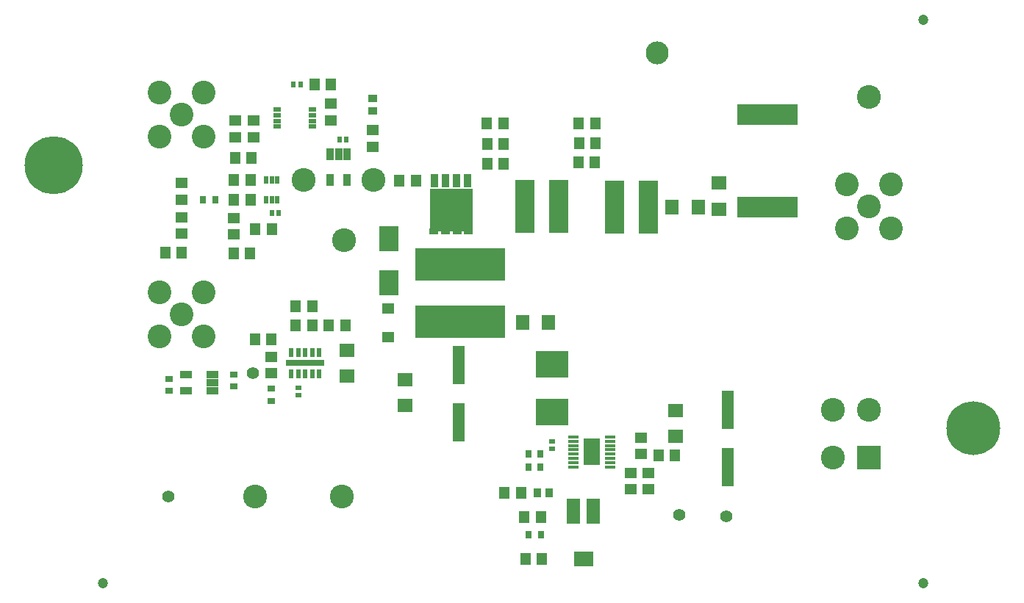
<source format=gts>
G04 Layer_Color=8388736*
%FSLAX44Y44*%
%MOMM*%
G71*
G01*
G75*
%ADD54C,1.2000*%
%ADD73R,3.7000X3.1500*%
%ADD74R,10.4000X3.7000*%
%ADD75R,2.3000X6.2000*%
%ADD76R,0.9600X0.5400*%
%ADD77R,0.8382X1.4732*%
%ADD78R,1.4232X1.3032*%
%ADD79R,0.6032X1.0532*%
%ADD80R,4.4032X0.7032*%
%ADD81R,0.6032X0.9032*%
%ADD82R,0.9532X1.5032*%
%ADD83R,1.0032X0.8032*%
%ADD84R,1.0332X0.8032*%
%ADD85R,5.0032X4.9032*%
%ADD86R,1.2954X0.4318*%
%ADD87R,1.9558X3.1496*%
%ADD88R,2.2032X2.9032*%
%ADD89R,6.9300X2.3600*%
%ADD90R,1.4032X4.5032*%
%ADD91R,1.6032X2.9972*%
%ADD92R,2.2032X1.7032*%
%ADD93R,1.5000X1.7000*%
%ADD94R,1.2032X1.4732*%
%ADD95R,1.0922X0.8382*%
%ADD96R,0.8000X0.9000*%
%ADD97R,0.6000X0.6500*%
%ADD98R,1.4732X0.8382*%
%ADD99R,1.4732X1.2032*%
%ADD100R,1.7000X1.5000*%
%ADD101R,0.9000X0.8000*%
%ADD102R,0.6500X0.6000*%
%ADD103R,0.8382X1.0922*%
%ADD104C,2.7400*%
%ADD105C,2.7432*%
%ADD106R,2.7432X2.7432*%
%ADD107C,1.4032*%
%ADD108C,2.6400*%
%ADD109C,6.2000*%
%ADD110C,6.7000*%
%ADD111C,0.0000*%
G36*
X10848781Y2381134D02*
X10849442Y2380692D01*
X10849884Y2380030D01*
X10850039Y2379250D01*
X10849884Y2378470D01*
X10849442Y2377808D01*
X10848781Y2377366D01*
X10848000Y2377211D01*
X10847219Y2377366D01*
X10846558Y2377808D01*
X10846116Y2378470D01*
X10845961Y2379250D01*
X10846116Y2380030D01*
X10846558Y2380692D01*
X10847219Y2381134D01*
X10848000Y2381289D01*
X10848781Y2381134D01*
D02*
G37*
G36*
X10858781D02*
X10859442Y2380692D01*
X10859884Y2380030D01*
X10860039Y2379250D01*
X10859884Y2378470D01*
X10859442Y2377808D01*
X10858781Y2377366D01*
X10858000Y2377211D01*
X10857219Y2377366D01*
X10856558Y2377808D01*
X10856116Y2378470D01*
X10855961Y2379250D01*
X10856116Y2380030D01*
X10856558Y2380692D01*
X10857219Y2381134D01*
X10858000Y2381289D01*
X10858781Y2381134D01*
D02*
G37*
G36*
X10868781D02*
X10869442Y2380692D01*
X10869884Y2380030D01*
X10870039Y2379250D01*
X10869884Y2378470D01*
X10869442Y2377808D01*
X10868781Y2377366D01*
X10868000Y2377211D01*
X10867219Y2377366D01*
X10866558Y2377808D01*
X10866116Y2378470D01*
X10865961Y2379250D01*
X10866116Y2380030D01*
X10866558Y2380692D01*
X10867219Y2381134D01*
X10868000Y2381289D01*
X10868781Y2381134D01*
D02*
G37*
D54*
X11570000Y2775000D02*
D03*
Y2125000D02*
D03*
X10625000D02*
D03*
D73*
X11142500Y2322750D02*
D03*
Y2377250D02*
D03*
D74*
X11036000Y2427000D02*
D03*
Y2493000D02*
D03*
D75*
X11214000Y2558500D02*
D03*
X11253000D02*
D03*
X11150000Y2559500D02*
D03*
X11111000D02*
D03*
D76*
X10866000Y2658250D02*
D03*
Y2651750D02*
D03*
X10826000Y2664750D02*
D03*
Y2658250D02*
D03*
Y2651750D02*
D03*
X10866000Y2664750D02*
D03*
Y2671250D02*
D03*
X10826000D02*
D03*
D77*
X10906000Y2590028D02*
D03*
X10886949D02*
D03*
Y2620000D02*
D03*
X10906000D02*
D03*
X10896602D02*
D03*
D78*
X10953500Y2409150D02*
D03*
Y2441850D02*
D03*
D79*
X10842000Y2367000D02*
D03*
X10850000D02*
D03*
X10858000D02*
D03*
X10866000D02*
D03*
X10874000D02*
D03*
Y2391500D02*
D03*
X10866000D02*
D03*
X10858000D02*
D03*
X10850000Y2391500D02*
D03*
X10842000Y2391500D02*
D03*
D80*
X10858000Y2379250D02*
D03*
D81*
X10819501Y2567300D02*
D03*
X10813000D02*
D03*
X10819501Y2590000D02*
D03*
X10826000Y2590000D02*
D03*
X10813000D02*
D03*
X10826000Y2567300D02*
D03*
D82*
X11045050Y2589000D02*
D03*
X11032350D02*
D03*
X11019650D02*
D03*
X11006949D02*
D03*
D83*
X11046000Y2531000D02*
D03*
X11006000D02*
D03*
D84*
X11032667D02*
D03*
X11019333D02*
D03*
D85*
X11026000Y2555500D02*
D03*
D86*
X11209336Y2258987D02*
D03*
Y2263990D02*
D03*
Y2268994D02*
D03*
Y2273998D02*
D03*
Y2279002D02*
D03*
Y2284006D02*
D03*
Y2289010D02*
D03*
Y2294013D02*
D03*
X11166664Y2294013D02*
D03*
Y2289010D02*
D03*
Y2284006D02*
D03*
Y2279002D02*
D03*
Y2273998D02*
D03*
Y2268994D02*
D03*
Y2263990D02*
D03*
Y2258987D02*
D03*
D87*
X11188000Y2276500D02*
D03*
D88*
X10954000Y2522500D02*
D03*
Y2471700D02*
D03*
D89*
X11390500Y2559150D02*
D03*
Y2665850D02*
D03*
D90*
X11344500Y2259500D02*
D03*
Y2325500D02*
D03*
X11035000Y2377000D02*
D03*
Y2311000D02*
D03*
D91*
X11190000Y2208000D02*
D03*
X11167000D02*
D03*
D92*
X11178500Y2153000D02*
D03*
D93*
X11108000Y2426000D02*
D03*
X11138000D02*
D03*
X11280500Y2559000D02*
D03*
X11310500D02*
D03*
D94*
X11086500Y2609000D02*
D03*
X11067500D02*
D03*
X10776000Y2590000D02*
D03*
X10795000D02*
D03*
X10795000Y2567500D02*
D03*
X10776000D02*
D03*
X10885000Y2422250D02*
D03*
X10904000D02*
D03*
X10866000D02*
D03*
X10847000D02*
D03*
X10866000Y2444250D02*
D03*
X10847000D02*
D03*
X10800000Y2406500D02*
D03*
X10819000D02*
D03*
X11106500Y2229500D02*
D03*
X11087500D02*
D03*
X11265000Y2273000D02*
D03*
X11284000D02*
D03*
X11111500Y2153000D02*
D03*
X11130500D02*
D03*
X11110500Y2201500D02*
D03*
X11129500D02*
D03*
X10796000Y2615500D02*
D03*
X10777000D02*
D03*
X10715500Y2506500D02*
D03*
X10696500D02*
D03*
X10775500Y2505500D02*
D03*
X10794500D02*
D03*
X10800500Y2533000D02*
D03*
X10819500D02*
D03*
X10966500Y2589000D02*
D03*
X10985500D02*
D03*
X10868500Y2700000D02*
D03*
X10887500D02*
D03*
X11172500Y2610500D02*
D03*
X11191500D02*
D03*
X11192000Y2655000D02*
D03*
X11173000D02*
D03*
X11173500Y2632500D02*
D03*
X11192500D02*
D03*
X11086000Y2655000D02*
D03*
X11067000D02*
D03*
X11067500Y2632000D02*
D03*
X11086500D02*
D03*
D95*
X10936000Y2670000D02*
D03*
X10936000Y2683970D02*
D03*
D96*
X11115000Y2274000D02*
D03*
X11129000D02*
D03*
X10754500Y2567500D02*
D03*
X10740500D02*
D03*
X11115000Y2259000D02*
D03*
X11129000D02*
D03*
X11115500Y2181500D02*
D03*
X11129500D02*
D03*
D97*
X10852500Y2700000D02*
D03*
X10844500D02*
D03*
X10897500Y2636500D02*
D03*
X10905500D02*
D03*
X10819500Y2552000D02*
D03*
X10827500D02*
D03*
D98*
X10751000Y2356398D02*
D03*
Y2347000D02*
D03*
Y2366050D02*
D03*
X10721028D02*
D03*
Y2347000D02*
D03*
D99*
X10715500Y2528000D02*
D03*
Y2547000D02*
D03*
Y2586500D02*
D03*
Y2567500D02*
D03*
X10819000Y2367250D02*
D03*
Y2386250D02*
D03*
X11245000Y2274000D02*
D03*
Y2293000D02*
D03*
X11253500Y2252500D02*
D03*
Y2233500D02*
D03*
X10936000Y2628500D02*
D03*
Y2647500D02*
D03*
X10776000Y2527500D02*
D03*
Y2546500D02*
D03*
X10777500Y2658500D02*
D03*
Y2639500D02*
D03*
X10798500Y2658500D02*
D03*
Y2639500D02*
D03*
X11233000Y2233500D02*
D03*
Y2252500D02*
D03*
X10887500Y2678000D02*
D03*
Y2659000D02*
D03*
D100*
X10906000Y2394000D02*
D03*
Y2364000D02*
D03*
X11284500Y2324500D02*
D03*
Y2294500D02*
D03*
X10973000Y2330000D02*
D03*
Y2360000D02*
D03*
X11334500Y2556500D02*
D03*
Y2586500D02*
D03*
D101*
X10776000Y2352000D02*
D03*
Y2366000D02*
D03*
X10701000Y2361000D02*
D03*
Y2347000D02*
D03*
X10819000Y2349250D02*
D03*
Y2335250D02*
D03*
D102*
X11142000Y2288500D02*
D03*
X11142000Y2280500D02*
D03*
X10850000Y2342250D02*
D03*
Y2350250D02*
D03*
D103*
X11138970Y2229500D02*
D03*
X11125000Y2229500D02*
D03*
D104*
X10715500Y2665500D02*
D03*
X10690100Y2690900D02*
D03*
Y2640100D02*
D03*
X10740900D02*
D03*
Y2690900D02*
D03*
X11532400Y2584900D02*
D03*
Y2534100D02*
D03*
X11481600D02*
D03*
Y2584900D02*
D03*
X11507000Y2559500D02*
D03*
X10740900Y2460900D02*
D03*
Y2410100D02*
D03*
X10690100D02*
D03*
Y2460900D02*
D03*
X10715500Y2435500D02*
D03*
D105*
X11507500Y2325000D02*
D03*
X11465500Y2270000D02*
D03*
Y2325000D02*
D03*
X10900251Y2225087D02*
D03*
X10800251D02*
D03*
X10856252Y2590087D02*
D03*
X11507252Y2686087D02*
D03*
X10936252Y2590087D02*
D03*
X10902274Y2520905D02*
D03*
D106*
X11507500Y2270000D02*
D03*
D107*
X11289017Y2204032D02*
D03*
X10700017Y2225032D02*
D03*
X10798032Y2367232D02*
D03*
X11342517Y2202532D02*
D03*
D108*
X11263500Y2736500D02*
D03*
D109*
X11627058Y2304234D02*
D03*
D110*
X10568000Y2607000D02*
D03*
D111*
X11349872Y2674174D02*
D03*
X11090000Y2200000D02*
D03*
X11115000Y2400000D02*
D03*
X11550000D02*
D03*
X11525000D02*
D03*
X11500000D02*
D03*
X11550000Y2425000D02*
D03*
X11525000D02*
D03*
X11500000D02*
D03*
X11525000Y2450000D02*
D03*
X11500000D02*
D03*
X11475000Y2400000D02*
D03*
Y2425000D02*
D03*
Y2450000D02*
D03*
X11450000Y2400000D02*
D03*
Y2425000D02*
D03*
Y2450000D02*
D03*
X11425000Y2400000D02*
D03*
Y2425000D02*
D03*
Y2450000D02*
D03*
X11400000Y2425000D02*
D03*
Y2450000D02*
D03*
X11375000D02*
D03*
X11350000D02*
D03*
X11325000D02*
D03*
X11300000D02*
D03*
X11275000D02*
D03*
X11250000D02*
D03*
X11225000D02*
D03*
X11375000Y2425000D02*
D03*
X11350000D02*
D03*
X11325000D02*
D03*
X11300000D02*
D03*
X11275000D02*
D03*
X11250000D02*
D03*
X11225000D02*
D03*
X11400000Y2400000D02*
D03*
X11375000D02*
D03*
X11350000D02*
D03*
X11325000D02*
D03*
X11300000D02*
D03*
X11275000D02*
D03*
X11250000D02*
D03*
X11225000D02*
D03*
X11475000Y2375000D02*
D03*
X11450000D02*
D03*
X11425000D02*
D03*
X11400000D02*
D03*
X11375000D02*
D03*
X11350000D02*
D03*
X11325000D02*
D03*
X11300000D02*
D03*
X11275000D02*
D03*
X11250000D02*
D03*
X11225000D02*
D03*
X11200000D02*
D03*
Y2400000D02*
D03*
Y2425000D02*
D03*
X11175000Y2375000D02*
D03*
Y2400000D02*
D03*
Y2425000D02*
D03*
X11200000Y2450000D02*
D03*
X11350000Y2475000D02*
D03*
X11325000D02*
D03*
X11300000D02*
D03*
X11275000D02*
D03*
X11250000D02*
D03*
X11225000D02*
D03*
X11200000D02*
D03*
X11375000D02*
D03*
X11400000D02*
D03*
X11425000D02*
D03*
X11450000D02*
D03*
X11475000D02*
D03*
X11500000D02*
D03*
X11525000D02*
D03*
X11500000Y2375000D02*
D03*
X11525000D02*
D03*
X11550000Y2175000D02*
D03*
X11525000D02*
D03*
X11500000D02*
D03*
X11475000D02*
D03*
X11450000D02*
D03*
X11425000D02*
D03*
X11400000D02*
D03*
X11375000D02*
D03*
X11350000D02*
D03*
X11325000D02*
D03*
X11300000D02*
D03*
X11275000D02*
D03*
X11250000D02*
D03*
X11575000Y2200000D02*
D03*
X11550000D02*
D03*
X11525000D02*
D03*
X11500000D02*
D03*
X11450000D02*
D03*
X11475000D02*
D03*
Y2245000D02*
D03*
X11450000Y2250000D02*
D03*
Y2225000D02*
D03*
X11475000D02*
D03*
X11500000D02*
D03*
X11525000D02*
D03*
X11550000D02*
D03*
X11575000D02*
D03*
Y2250000D02*
D03*
X11550000D02*
D03*
Y2275000D02*
D03*
X11575000D02*
D03*
X11550000Y2375000D02*
D03*
Y2350000D02*
D03*
Y2300000D02*
D03*
X11575000D02*
D03*
Y2325000D02*
D03*
Y2350000D02*
D03*
Y2375000D02*
D03*
Y2400000D02*
D03*
Y2425000D02*
D03*
X11425000Y2200000D02*
D03*
X11400000D02*
D03*
Y2225000D02*
D03*
X11425000D02*
D03*
Y2250000D02*
D03*
Y2275000D02*
D03*
X11400000Y2250000D02*
D03*
Y2275000D02*
D03*
X11375000Y2200000D02*
D03*
Y2225000D02*
D03*
Y2250000D02*
D03*
Y2275000D02*
D03*
X11325000D02*
D03*
Y2250000D02*
D03*
Y2225000D02*
D03*
X11300000D02*
D03*
X11325000Y2200000D02*
D03*
X11275000D02*
D03*
X11250000D02*
D03*
X11225000Y2350000D02*
D03*
X11175000D02*
D03*
X11200000D02*
D03*
Y2325000D02*
D03*
Y2150000D02*
D03*
X11225000D02*
D03*
Y2175000D02*
D03*
Y2200000D02*
D03*
X11210000Y2225000D02*
D03*
X11200000Y2235000D02*
D03*
X11175000D02*
D03*
X11195000Y2265000D02*
D03*
Y2280000D02*
D03*
Y2290000D02*
D03*
X11180000Y2265000D02*
D03*
Y2280000D02*
D03*
Y2290000D02*
D03*
X11195000Y2250000D02*
D03*
X11180000D02*
D03*
X11195000Y2300000D02*
D03*
X11180000D02*
D03*
X11050000Y2200000D02*
D03*
Y2175000D02*
D03*
Y2150000D02*
D03*
Y2125000D02*
D03*
X11075000D02*
D03*
X11175000D02*
D03*
X11150000D02*
D03*
X11125000D02*
D03*
X11100000D02*
D03*
X11165000Y2170000D02*
D03*
X11100000D02*
D03*
X11125000D02*
D03*
X11145000D02*
D03*
Y2190000D02*
D03*
X11100000Y2215000D02*
D03*
X11125000D02*
D03*
X11145000D02*
D03*
X11155000Y2235000D02*
D03*
Y2245000D02*
D03*
X11100000Y2275000D02*
D03*
Y2300000D02*
D03*
Y2325000D02*
D03*
X11050000D02*
D03*
X11075000D02*
D03*
Y2300000D02*
D03*
X11050000Y2275000D02*
D03*
X11075000D02*
D03*
Y2250000D02*
D03*
X11050000D02*
D03*
X11025000Y2200000D02*
D03*
X10725000Y2225000D02*
D03*
Y2200000D02*
D03*
X10650000D02*
D03*
X10675000D02*
D03*
Y2225000D02*
D03*
X10650000D02*
D03*
X10750000Y2200000D02*
D03*
Y2220000D02*
D03*
X10800000Y2200000D02*
D03*
X10775000D02*
D03*
Y2225000D02*
D03*
X10825000Y2200000D02*
D03*
Y2225000D02*
D03*
X10850000Y2200000D02*
D03*
Y2225000D02*
D03*
X10875000D02*
D03*
Y2200000D02*
D03*
X10900000D02*
D03*
X10925000D02*
D03*
X10950000D02*
D03*
X10975000D02*
D03*
X11000000D02*
D03*
X10925000Y2225000D02*
D03*
X10950000D02*
D03*
X10975000D02*
D03*
X11000000D02*
D03*
X10975000Y2250000D02*
D03*
X10950000D02*
D03*
X10925000D02*
D03*
X10875000D02*
D03*
X10850000D02*
D03*
X10825000D02*
D03*
X10800000D02*
D03*
X10775000D02*
D03*
X10750000D02*
D03*
X10725000D02*
D03*
X11025000Y2275000D02*
D03*
X10975000Y2300000D02*
D03*
X11000000D02*
D03*
Y2325000D02*
D03*
X10950000Y2300000D02*
D03*
X10925000D02*
D03*
X10875000D02*
D03*
X10850000D02*
D03*
X10825000D02*
D03*
X10800000D02*
D03*
X10775000D02*
D03*
X10750000D02*
D03*
X10725000D02*
D03*
X10675000Y2250000D02*
D03*
X10650000D02*
D03*
X10625000D02*
D03*
Y2275000D02*
D03*
X10650000D02*
D03*
X10675000D02*
D03*
Y2300000D02*
D03*
X10650000D02*
D03*
X10625000D02*
D03*
X10600000Y2275000D02*
D03*
Y2300000D02*
D03*
X10950000Y2320000D02*
D03*
X10925000D02*
D03*
X10830000Y2700000D02*
D03*
X10815000Y2685000D02*
D03*
X10920000Y2675000D02*
D03*
Y2635000D02*
D03*
Y2610000D02*
D03*
X10805000Y2555000D02*
D03*
X10820000Y2640000D02*
D03*
X10750000Y2620000D02*
D03*
X10725000D02*
D03*
X10750000Y2665000D02*
D03*
X10715000Y2700000D02*
D03*
X10775000D02*
D03*
X10725000Y2600000D02*
D03*
X10700000D02*
D03*
X10650000Y2575000D02*
D03*
Y2600000D02*
D03*
X10675000D02*
D03*
Y2625000D02*
D03*
X10650000D02*
D03*
X10675000Y2650000D02*
D03*
Y2675000D02*
D03*
X10650000Y2650000D02*
D03*
X10625000D02*
D03*
Y2675000D02*
D03*
X10650000D02*
D03*
Y2700000D02*
D03*
X10625000D02*
D03*
Y2725000D02*
D03*
X10650000D02*
D03*
X10675000D02*
D03*
X10700000D02*
D03*
X10725000D02*
D03*
X10750000D02*
D03*
X10775000D02*
D03*
X10800000D02*
D03*
X10825000D02*
D03*
X10875000D02*
D03*
X10900000Y2700000D02*
D03*
Y2725000D02*
D03*
X10925000D02*
D03*
Y2700000D02*
D03*
X10950000Y2675000D02*
D03*
X10975000Y2700000D02*
D03*
X10950000D02*
D03*
Y2725000D02*
D03*
X10975000D02*
D03*
X11000000D02*
D03*
Y2700000D02*
D03*
X11025000D02*
D03*
Y2725000D02*
D03*
X11050000Y2700000D02*
D03*
Y2725000D02*
D03*
X11075000D02*
D03*
X11100000D02*
D03*
X11125000D02*
D03*
X11150000D02*
D03*
X11175000D02*
D03*
X11200000D02*
D03*
X11225000D02*
D03*
X11250000D02*
D03*
X11150000Y2700000D02*
D03*
X11175000D02*
D03*
X11200000D02*
D03*
X11225000D02*
D03*
X11250000D02*
D03*
X11275000D02*
D03*
X11300000D02*
D03*
Y2725000D02*
D03*
X11325000D02*
D03*
X11350000D02*
D03*
X11375000D02*
D03*
X11400000D02*
D03*
X11425000D02*
D03*
X11450000D02*
D03*
Y2650000D02*
D03*
X11455000Y2675000D02*
D03*
X11475000D02*
D03*
X11525000Y2650000D02*
D03*
X11550000D02*
D03*
Y2670000D02*
D03*
Y2700000D02*
D03*
Y2725000D02*
D03*
X11525000D02*
D03*
X11500000D02*
D03*
X11475000D02*
D03*
Y2700000D02*
D03*
X11450000D02*
D03*
X11425000D02*
D03*
X11400000D02*
D03*
X11475000Y2650000D02*
D03*
X11375000Y2700000D02*
D03*
X11325000D02*
D03*
X11350000D02*
D03*
X11325000Y2675000D02*
D03*
X11300000D02*
D03*
X11275000D02*
D03*
Y2650000D02*
D03*
X11300000D02*
D03*
X11325000D02*
D03*
X11350000D02*
D03*
X11400000Y2625000D02*
D03*
X11375000D02*
D03*
X11350000D02*
D03*
X11325000D02*
D03*
X11300000D02*
D03*
X11275000D02*
D03*
X11175000Y2475000D02*
D03*
Y2450000D02*
D03*
X11125000D02*
D03*
X11150000D02*
D03*
X10965000D02*
D03*
X10625000Y2550000D02*
D03*
X10650000D02*
D03*
Y2525000D02*
D03*
X10700000D02*
D03*
X10675000D02*
D03*
X10740000D02*
D03*
X10750000Y2485000D02*
D03*
X10700000D02*
D03*
X10675000D02*
D03*
X10665000Y2400000D02*
D03*
Y2425000D02*
D03*
Y2450000D02*
D03*
Y2475000D02*
D03*
X11425000Y2625000D02*
D03*
X11450000D02*
D03*
X11475000D02*
D03*
X11375000Y2580000D02*
D03*
X11400000D02*
D03*
X11425000D02*
D03*
X11450000D02*
D03*
Y2600000D02*
D03*
X11425000D02*
D03*
X11400000D02*
D03*
X11375000D02*
D03*
X11350000D02*
D03*
X11325000D02*
D03*
X11300000D02*
D03*
X11275000D02*
D03*
X11250000D02*
D03*
Y2625000D02*
D03*
Y2650000D02*
D03*
Y2675000D02*
D03*
X11225000D02*
D03*
X11200000D02*
D03*
X11175000D02*
D03*
X11575000Y2450000D02*
D03*
X11550000D02*
D03*
Y2475000D02*
D03*
X11575000D02*
D03*
X11550000Y2525000D02*
D03*
Y2550000D02*
D03*
Y2600000D02*
D03*
X11525000Y2625000D02*
D03*
X11550000D02*
D03*
X11575000D02*
D03*
Y2600000D02*
D03*
Y2575000D02*
D03*
Y2550000D02*
D03*
Y2525000D02*
D03*
Y2500000D02*
D03*
X11550000D02*
D03*
X11525000D02*
D03*
X11500000D02*
D03*
X11475000D02*
D03*
X11450000Y2525000D02*
D03*
Y2500000D02*
D03*
X11425000Y2525000D02*
D03*
Y2500000D02*
D03*
X11400000D02*
D03*
Y2525000D02*
D03*
X11375000D02*
D03*
Y2500000D02*
D03*
X11350000D02*
D03*
Y2525000D02*
D03*
X11325000Y2500000D02*
D03*
X11275000Y2525000D02*
D03*
X11325000D02*
D03*
X11300000D02*
D03*
Y2500000D02*
D03*
X11275000D02*
D03*
X11250000D02*
D03*
X11225000D02*
D03*
X11200000D02*
D03*
X11175000D02*
D03*
X11190000Y2525000D02*
D03*
Y2550000D02*
D03*
Y2575000D02*
D03*
X11150000Y2675000D02*
D03*
X11130000Y2650000D02*
D03*
Y2625000D02*
D03*
Y2610000D02*
D03*
X11175000Y2575000D02*
D03*
Y2550000D02*
D03*
Y2525000D02*
D03*
X11150000Y2500000D02*
D03*
Y2475000D02*
D03*
X11125000Y2675000D02*
D03*
Y2700000D02*
D03*
X11100000Y2675000D02*
D03*
Y2700000D02*
D03*
X11075000D02*
D03*
Y2675000D02*
D03*
X11050000Y2650000D02*
D03*
Y2675000D02*
D03*
X11025000D02*
D03*
Y2650000D02*
D03*
X11000000D02*
D03*
Y2675000D02*
D03*
X10975000D02*
D03*
Y2650000D02*
D03*
X11050000Y2625000D02*
D03*
X11025000D02*
D03*
X11000000D02*
D03*
X10975000D02*
D03*
X10950000D02*
D03*
Y2605000D02*
D03*
X10975000D02*
D03*
X11000000D02*
D03*
X11050000D02*
D03*
X11025000D02*
D03*
X10840000Y2610000D02*
D03*
X10875000Y2605000D02*
D03*
X10880000Y2570000D02*
D03*
X10915000D02*
D03*
X10935000D02*
D03*
X10965000D02*
D03*
X10825000Y2455000D02*
D03*
X11035000Y2230000D02*
D03*
X10625000Y2350000D02*
D03*
Y2375000D02*
D03*
Y2400000D02*
D03*
Y2425000D02*
D03*
Y2450000D02*
D03*
Y2470000D02*
D03*
Y2500000D02*
D03*
Y2525000D02*
D03*
X10855000Y2625000D02*
D03*
X10860000Y2550000D02*
D03*
X10835000Y2525000D02*
D03*
Y2500000D02*
D03*
X10925000Y2475000D02*
D03*
X10900000D02*
D03*
X10875000D02*
D03*
X10775000D02*
D03*
Y2450000D02*
D03*
Y2425000D02*
D03*
Y2400000D02*
D03*
X10700000Y2375000D02*
D03*
X10675000D02*
D03*
X10625000Y2625000D02*
D03*
Y2600000D02*
D03*
Y2575000D02*
D03*
X10600000Y2550000D02*
D03*
Y2525000D02*
D03*
Y2500000D02*
D03*
Y2475000D02*
D03*
Y2450000D02*
D03*
Y2425000D02*
D03*
Y2400000D02*
D03*
Y2375000D02*
D03*
Y2350000D02*
D03*
Y2325000D02*
D03*
X10625000D02*
D03*
X10650000D02*
D03*
X10675000D02*
D03*
X10725000Y2320000D02*
D03*
X10750000D02*
D03*
X10775000D02*
D03*
X10800000D02*
D03*
X10875000D02*
D03*
X10850000D02*
D03*
X10820000D02*
D03*
X10925000Y2385000D02*
D03*
Y2400000D02*
D03*
X10885000Y2405000D02*
D03*
X10920000Y2420000D02*
D03*
X10819500Y2421000D02*
D03*
X10858000Y2408000D02*
D03*
M02*

</source>
